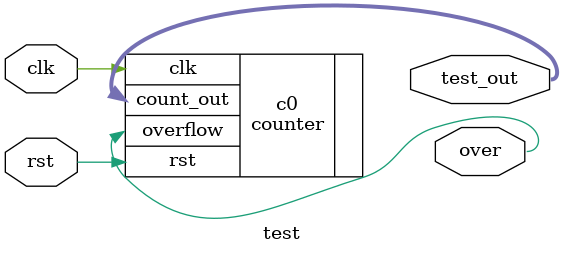
<source format=v>
module test
#(
    parameter n = 8
)
(
    input clk,rst,
    output over,
    output [n-1:0]test_out
);

counter #(.n(8)) c0 (.clk(clk), .rst(rst), .count_out(test_out), .overflow(over));

endmodule 
</source>
